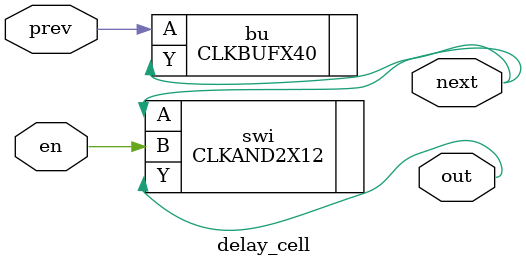
<source format=v>
`timescale 1ns/1ps

module delay_cell 
(
	input         prev,
	output        next,
	input         en,
	output        out
);

	CLKBUFX40  bu (.A(prev), .Y(next));
	CLKAND2X12 swi (.A(next), .B(en), .Y(out));

endmodule

</source>
